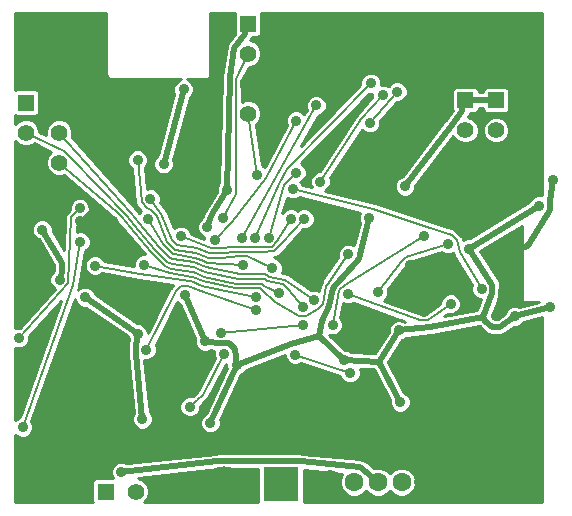
<source format=gbl>
G04 (created by PCBNEW (2013-07-07 BZR 4022)-stable) date 18/10/2014 20:02:36*
%MOIN*%
G04 Gerber Fmt 3.4, Leading zero omitted, Abs format*
%FSLAX34Y34*%
G01*
G70*
G90*
G04 APERTURE LIST*
%ADD10C,0.00590551*%
%ADD11R,0.1181X0.1181*%
%ADD12C,0.1181*%
%ADD13R,0.0551X0.0551*%
%ADD14C,0.0551*%
%ADD15R,0.055X0.055*%
%ADD16C,0.055*%
%ADD17R,0.0433071X0.0433071*%
%ADD18R,0.0314961X0.0314961*%
%ADD19C,0.2362*%
%ADD20C,0.0629921*%
%ADD21C,0.0787402*%
%ADD22C,0.0354331*%
%ADD23C,0.019685*%
%ADD24C,0.00787402*%
%ADD25C,0.01*%
G04 APERTURE END LIST*
G54D10*
G54D11*
X81496Y-55669D03*
G54D12*
X79606Y-55669D03*
G54D13*
X80393Y-40311D03*
G54D14*
X80393Y-41311D03*
X80393Y-42311D03*
X80393Y-43311D03*
G54D15*
X88661Y-42858D03*
G54D16*
X88661Y-43858D03*
X88661Y-44858D03*
G54D15*
X87637Y-42858D03*
G54D16*
X87637Y-43858D03*
X87637Y-44858D03*
G54D15*
X72992Y-42937D03*
G54D16*
X72992Y-43937D03*
X72992Y-44937D03*
G54D15*
X74094Y-42937D03*
G54D16*
X74094Y-43937D03*
X74094Y-44937D03*
G54D15*
X75641Y-55905D03*
G54D16*
X76641Y-55905D03*
G54D17*
X88936Y-47794D03*
X89369Y-47794D03*
X88936Y-48227D03*
X89369Y-48227D03*
G54D18*
X76456Y-53464D03*
X76141Y-53464D03*
X75826Y-53464D03*
X75511Y-53464D03*
X76456Y-53149D03*
X76141Y-53149D03*
X75826Y-53149D03*
X75511Y-53149D03*
G54D19*
X73779Y-41102D03*
X73779Y-55118D03*
X88267Y-41102D03*
X88267Y-55118D03*
G54D20*
X84724Y-55590D03*
X83937Y-55590D03*
X85511Y-55590D03*
G54D21*
X83110Y-55590D03*
X86338Y-55590D03*
G54D22*
X90459Y-49752D03*
X89295Y-50062D03*
X90095Y-46370D03*
X87742Y-47810D03*
X85425Y-50534D03*
X85469Y-52928D03*
X83605Y-51522D03*
X73529Y-47173D03*
X74109Y-48839D03*
X74959Y-49427D03*
X84435Y-46791D03*
X80016Y-51677D03*
X79689Y-45856D03*
X79038Y-47091D03*
X85625Y-45730D03*
X76870Y-53492D03*
X76711Y-50642D03*
X79137Y-53621D03*
X78283Y-49348D03*
X78957Y-50897D03*
X78248Y-42499D03*
X77575Y-44979D03*
X76170Y-55259D03*
X81830Y-46810D03*
X78155Y-47387D03*
X79497Y-50603D03*
X82236Y-50350D03*
X80670Y-49863D03*
X77003Y-51175D03*
X81884Y-45824D03*
X88184Y-49150D03*
X87144Y-49642D03*
X83735Y-49320D03*
X84727Y-49257D03*
X87058Y-47653D03*
X79603Y-51313D03*
X78451Y-53077D03*
X81420Y-49292D03*
X84484Y-42292D03*
X80639Y-47456D03*
X81998Y-45272D03*
X81076Y-47441D03*
X82806Y-45570D03*
X84877Y-42687D03*
X84462Y-43623D03*
X85367Y-42571D03*
X81996Y-43540D03*
X79277Y-47503D03*
X82668Y-43034D03*
X80206Y-47454D03*
X72881Y-53762D03*
X74803Y-47574D03*
X72755Y-50787D03*
X74803Y-46450D03*
X82218Y-49754D03*
X83208Y-50354D03*
X86247Y-47371D03*
X79561Y-46791D03*
X80692Y-45340D03*
X82594Y-49517D03*
X83796Y-51944D03*
X81967Y-51338D03*
X83736Y-47995D03*
X76924Y-48345D03*
X80671Y-49425D03*
X75295Y-48371D03*
X82263Y-46810D03*
X77139Y-46147D03*
X80233Y-48360D03*
X77046Y-46829D03*
X88658Y-50062D03*
X90551Y-45511D03*
X75253Y-51828D03*
X81289Y-53854D03*
X80684Y-52925D03*
X74425Y-45767D03*
X74803Y-46883D03*
X86844Y-44833D03*
X78252Y-44217D03*
X78706Y-43602D03*
X75900Y-46891D03*
X86253Y-49904D03*
X83486Y-54255D03*
X85001Y-54534D03*
X82063Y-52162D03*
X85787Y-48366D03*
X86502Y-52402D03*
X78582Y-52559D03*
X77972Y-51948D03*
X78087Y-50078D03*
X77464Y-54590D03*
X76715Y-54681D03*
X72840Y-47181D03*
X73832Y-48430D03*
X90000Y-45354D03*
X90000Y-44409D03*
X90000Y-43464D03*
X90000Y-42519D03*
X90000Y-41574D03*
X90000Y-40314D03*
X89291Y-42992D03*
X89291Y-43937D03*
X89291Y-44881D03*
X87962Y-45768D03*
X88267Y-46850D03*
X87401Y-46850D03*
X86692Y-42440D03*
X85826Y-43385D03*
X84960Y-41102D03*
X85748Y-40236D03*
X84015Y-40314D03*
X82519Y-40314D03*
X82047Y-41811D03*
X81732Y-42834D03*
X83622Y-43700D03*
X82913Y-44566D03*
X83937Y-44960D03*
X85039Y-44960D03*
X85984Y-44409D03*
X84094Y-45905D03*
X83385Y-47086D03*
X82677Y-47874D03*
X81732Y-48031D03*
X82598Y-48740D03*
X84094Y-50944D03*
X78740Y-51496D03*
X75748Y-51181D03*
X77952Y-55826D03*
X90000Y-50708D03*
X90000Y-51811D03*
X90000Y-52834D03*
X90000Y-53858D03*
X90000Y-54881D03*
X90000Y-56062D03*
X89133Y-53543D03*
X88661Y-51732D03*
X88346Y-52913D03*
X87480Y-52440D03*
X86692Y-54251D03*
X87480Y-53543D03*
X89133Y-52362D03*
X74803Y-50708D03*
X74645Y-50000D03*
X73543Y-50551D03*
X72755Y-49842D03*
X75275Y-47637D03*
X76220Y-47874D03*
X76614Y-49685D03*
X75590Y-44881D03*
X75039Y-43228D03*
X83464Y-52913D03*
X82519Y-52913D03*
X83721Y-42613D03*
X81201Y-48448D03*
X76708Y-44841D03*
G54D23*
X79957Y-51167D02*
X80016Y-51677D01*
X79749Y-50959D02*
X79957Y-51167D01*
X79350Y-50957D02*
X79749Y-50959D01*
X78957Y-50897D02*
X79350Y-50957D01*
X86461Y-50416D02*
X88216Y-50086D01*
X85425Y-50534D02*
X86461Y-50416D01*
X76649Y-51028D02*
X76711Y-50642D01*
X76649Y-51322D02*
X76649Y-51028D01*
X76870Y-53492D02*
X76649Y-51322D01*
X88538Y-49297D02*
X88216Y-50086D01*
X88538Y-49003D02*
X88538Y-49297D01*
X87742Y-47810D02*
X88538Y-49003D01*
X84763Y-51572D02*
X85469Y-52928D01*
X85425Y-50534D02*
X84763Y-51572D01*
X81821Y-50984D02*
X80016Y-51677D01*
X82757Y-50728D02*
X81821Y-50984D01*
X90095Y-46370D02*
X87742Y-47810D01*
X87814Y-42858D02*
X87637Y-42858D01*
X87912Y-42858D02*
X87814Y-42858D01*
X88386Y-42858D02*
X87912Y-42858D01*
X88484Y-42858D02*
X88386Y-42858D01*
X88661Y-42858D02*
X88484Y-42858D01*
X80016Y-51677D02*
X79137Y-53621D01*
X82853Y-50207D02*
X82757Y-50728D01*
X83103Y-49731D02*
X82853Y-50207D01*
X83106Y-49725D02*
X83103Y-49731D01*
X83223Y-49111D02*
X83106Y-49725D01*
X83225Y-49105D02*
X83223Y-49111D01*
X84091Y-48142D02*
X83225Y-49105D01*
X84435Y-46791D02*
X84091Y-48142D01*
X80295Y-40488D02*
X80393Y-40311D01*
X80295Y-40586D02*
X80295Y-40488D01*
X80295Y-40660D02*
X80295Y-40586D01*
X79940Y-41123D02*
X80295Y-40660D01*
X79783Y-42082D02*
X79940Y-41123D01*
X79689Y-45856D02*
X79783Y-42082D01*
X74186Y-48577D02*
X74109Y-48839D01*
X74186Y-48284D02*
X74186Y-48577D01*
X73529Y-47173D02*
X74186Y-48284D01*
X87185Y-43670D02*
X85625Y-45730D01*
X87540Y-43206D02*
X87185Y-43670D01*
X87540Y-43133D02*
X87540Y-43206D01*
X87540Y-43034D02*
X87540Y-43133D01*
X87637Y-42858D02*
X87540Y-43034D01*
X88805Y-50416D02*
X89295Y-50062D01*
X88511Y-50416D02*
X88805Y-50416D01*
X88303Y-50209D02*
X88511Y-50416D01*
X88216Y-50086D02*
X88303Y-50209D01*
X83605Y-51522D02*
X84763Y-51572D01*
X78283Y-49348D02*
X78957Y-50897D01*
X83605Y-51522D02*
X82757Y-50728D01*
X74959Y-49427D02*
X76711Y-50642D01*
X90459Y-49752D02*
X89295Y-50062D01*
X79206Y-46644D02*
X79038Y-47091D01*
X79689Y-45856D02*
X79206Y-46644D01*
X78248Y-42499D02*
X77575Y-44979D01*
X84140Y-55098D02*
X84724Y-55590D01*
X82160Y-54901D02*
X84140Y-55098D01*
X80979Y-54901D02*
X82160Y-54901D01*
X80832Y-54901D02*
X80979Y-54901D01*
X79346Y-54901D02*
X80832Y-54901D01*
X76170Y-55259D02*
X79346Y-54901D01*
G54D24*
X79154Y-47799D02*
X78155Y-47387D01*
X79399Y-47799D02*
X79154Y-47799D01*
X80004Y-47749D02*
X79399Y-47799D01*
X80461Y-47749D02*
X80004Y-47749D01*
X80516Y-47752D02*
X80461Y-47749D01*
X80761Y-47752D02*
X80516Y-47752D01*
X81199Y-47737D02*
X80761Y-47752D01*
X81372Y-47563D02*
X81199Y-47737D01*
X81830Y-46810D02*
X81372Y-47563D01*
X79497Y-50603D02*
X82236Y-50350D01*
X77988Y-49226D02*
X77003Y-51175D01*
X78160Y-49053D02*
X77988Y-49226D01*
X78405Y-49053D02*
X78160Y-49053D01*
X78808Y-49207D02*
X78405Y-49053D01*
X80670Y-49863D02*
X78808Y-49207D01*
X87447Y-47932D02*
X88184Y-49150D01*
X87353Y-47531D02*
X87447Y-47932D01*
X87180Y-47358D02*
X87353Y-47531D01*
X86369Y-47075D02*
X87180Y-47358D01*
X84558Y-46495D02*
X86369Y-47075D01*
X81884Y-45824D02*
X84558Y-46495D01*
X86130Y-50199D02*
X83735Y-49320D01*
X86375Y-50199D02*
X86130Y-50199D01*
X87144Y-49642D02*
X86375Y-50199D01*
X85665Y-48070D02*
X87058Y-47653D01*
X85492Y-48243D02*
X85665Y-48070D01*
X84727Y-49257D02*
X85492Y-48243D01*
X78705Y-52854D02*
X78451Y-53077D01*
X78878Y-52681D02*
X78705Y-52854D01*
X79603Y-51313D02*
X78878Y-52681D01*
X76023Y-46595D02*
X74094Y-44937D01*
X76196Y-46768D02*
X76023Y-46595D01*
X76453Y-47100D02*
X76196Y-46768D01*
X77160Y-47926D02*
X76453Y-47100D01*
X77616Y-48382D02*
X77160Y-47926D01*
X77832Y-48471D02*
X77616Y-48382D01*
X78542Y-48581D02*
X77832Y-48471D01*
X78642Y-48622D02*
X78542Y-48581D01*
X78650Y-48630D02*
X78642Y-48622D01*
X78923Y-48743D02*
X78650Y-48630D01*
X80004Y-48971D02*
X78923Y-48743D01*
X80859Y-48971D02*
X80004Y-48971D01*
X80931Y-49041D02*
X80859Y-48971D01*
X81420Y-49292D02*
X80931Y-49041D01*
X81430Y-45636D02*
X80639Y-47456D01*
X81702Y-45150D02*
X81430Y-45636D01*
X84484Y-42292D02*
X81702Y-45150D01*
X81588Y-45701D02*
X81076Y-47441D01*
X81998Y-45272D02*
X81588Y-45701D01*
X84166Y-43501D02*
X82806Y-45570D01*
X84877Y-42687D02*
X84166Y-43501D01*
X85172Y-42809D02*
X84462Y-43623D01*
X85367Y-42571D02*
X85172Y-42809D01*
X79856Y-46914D02*
X79277Y-47503D01*
X80987Y-45462D02*
X79856Y-46914D01*
X81996Y-43540D02*
X80987Y-45462D01*
X82668Y-43034D02*
X80206Y-47454D01*
X74562Y-49026D02*
X74803Y-47574D01*
X72881Y-53762D02*
X74562Y-49026D01*
X74507Y-46761D02*
X74803Y-46450D01*
X74404Y-48961D02*
X74507Y-46761D01*
X72755Y-50787D02*
X74404Y-48961D01*
X74257Y-44543D02*
X72992Y-43937D01*
X74487Y-44774D02*
X74257Y-44543D01*
X76354Y-46703D02*
X74487Y-44774D01*
X76593Y-47017D02*
X76354Y-46703D01*
X77294Y-47837D02*
X76593Y-47017D01*
X77705Y-48248D02*
X77294Y-47837D01*
X77864Y-48314D02*
X77705Y-48248D01*
X78574Y-48423D02*
X77864Y-48314D01*
X78731Y-48489D02*
X78574Y-48423D01*
X78739Y-48497D02*
X78731Y-48489D01*
X78954Y-48586D02*
X78739Y-48497D01*
X80045Y-48813D02*
X78954Y-48586D01*
X80900Y-48814D02*
X80045Y-48813D01*
X80942Y-48831D02*
X80900Y-48814D01*
X81013Y-48901D02*
X80942Y-48831D01*
X81542Y-48996D02*
X81013Y-48901D01*
X81715Y-49169D02*
X81542Y-48996D01*
X82218Y-49754D02*
X81715Y-49169D01*
X83613Y-49024D02*
X86247Y-47371D01*
X83440Y-49198D02*
X83613Y-49024D01*
X83208Y-50354D02*
X83440Y-49198D01*
X79999Y-42147D02*
X80393Y-41311D01*
X79984Y-45978D02*
X79999Y-42147D01*
X79561Y-46791D02*
X79984Y-45978D01*
X80692Y-45340D02*
X80393Y-43311D01*
X81608Y-48839D02*
X82594Y-49517D01*
X81079Y-48743D02*
X81608Y-48839D01*
X81031Y-48697D02*
X81079Y-48743D01*
X80931Y-48656D02*
X81031Y-48697D01*
X80110Y-48656D02*
X80931Y-48656D01*
X78986Y-48428D02*
X80110Y-48656D01*
X78828Y-48363D02*
X78986Y-48428D01*
X78820Y-48355D02*
X78828Y-48363D01*
X78605Y-48266D02*
X78820Y-48355D01*
X77895Y-48156D02*
X78605Y-48266D01*
X77795Y-48114D02*
X77895Y-48156D01*
X77428Y-47747D02*
X77795Y-48114D01*
X76751Y-46951D02*
X77428Y-47747D01*
X76494Y-46620D02*
X76751Y-46951D01*
X74094Y-43937D02*
X76494Y-46620D01*
X83796Y-51944D02*
X81967Y-51338D01*
X77801Y-48629D02*
X76924Y-48345D01*
X78511Y-48738D02*
X77801Y-48629D01*
X78553Y-48756D02*
X78511Y-48738D01*
X78561Y-48763D02*
X78553Y-48756D01*
X78892Y-48901D02*
X78561Y-48763D01*
X79973Y-49129D02*
X78892Y-48901D01*
X80794Y-49129D02*
X79973Y-49129D01*
X80841Y-49175D02*
X80794Y-49129D01*
X81297Y-49587D02*
X80841Y-49175D01*
X82095Y-50049D02*
X81297Y-49587D01*
X82340Y-50049D02*
X82095Y-50049D01*
X82716Y-49812D02*
X82340Y-50049D01*
X82889Y-49639D02*
X82716Y-49812D01*
X83006Y-49068D02*
X82889Y-49639D01*
X83042Y-48983D02*
X83006Y-49068D01*
X83736Y-47995D02*
X83042Y-48983D01*
X76802Y-48641D02*
X75295Y-48371D01*
X78470Y-48896D02*
X76802Y-48641D01*
X78478Y-48899D02*
X78470Y-48896D01*
X78854Y-49056D02*
X78478Y-48899D01*
X79942Y-49286D02*
X78854Y-49056D01*
X80671Y-49425D02*
X79942Y-49286D01*
X77499Y-46641D02*
X77139Y-46147D01*
X77859Y-47510D02*
X77499Y-46641D01*
X78032Y-47683D02*
X77859Y-47510D01*
X78692Y-47794D02*
X78032Y-47683D01*
X78705Y-47796D02*
X78692Y-47794D01*
X79082Y-47952D02*
X78705Y-47796D01*
X79089Y-47956D02*
X79082Y-47952D01*
X79464Y-47956D02*
X79089Y-47956D01*
X80045Y-47907D02*
X79464Y-47956D01*
X80420Y-47907D02*
X80045Y-47907D01*
X80451Y-47909D02*
X80420Y-47907D01*
X80827Y-47909D02*
X80451Y-47909D01*
X81264Y-47894D02*
X80827Y-47909D01*
X81530Y-47629D02*
X81264Y-47894D01*
X82263Y-46810D02*
X81530Y-47629D01*
X77561Y-47658D02*
X77046Y-46829D01*
X77884Y-47981D02*
X77561Y-47658D01*
X77926Y-47998D02*
X77884Y-47981D01*
X78636Y-48109D02*
X77926Y-47998D01*
X78910Y-48222D02*
X78636Y-48109D01*
X78917Y-48230D02*
X78910Y-48222D01*
X79017Y-48271D02*
X78917Y-48230D01*
X80233Y-48360D02*
X79017Y-48271D01*
G54D23*
X78740Y-51496D02*
X77972Y-51948D01*
X82047Y-42362D02*
X82047Y-41811D01*
X83721Y-42613D02*
X82047Y-42362D01*
X83622Y-43700D02*
X82913Y-44566D01*
X84094Y-45905D02*
X85039Y-44960D01*
X85039Y-44960D02*
X85984Y-44409D01*
X77464Y-54590D02*
X77972Y-51948D01*
X86844Y-44833D02*
X87637Y-44858D01*
X88897Y-48345D02*
X88936Y-48227D01*
X88897Y-48444D02*
X88897Y-48345D01*
X88897Y-48517D02*
X88897Y-48444D01*
X88814Y-49382D02*
X88897Y-48517D01*
X88658Y-50062D02*
X88814Y-49382D01*
X89487Y-47755D02*
X89369Y-47794D01*
X89586Y-47755D02*
X89487Y-47755D01*
X89659Y-47755D02*
X89586Y-47755D01*
X89763Y-47651D02*
X89659Y-47755D01*
X90449Y-46517D02*
X89763Y-47651D01*
X90449Y-46223D02*
X90449Y-46517D01*
X90551Y-45511D02*
X90449Y-46223D01*
X76456Y-53523D02*
X76456Y-53464D01*
X76456Y-53622D02*
X76456Y-53523D01*
X76456Y-53687D02*
X76456Y-53622D01*
X76715Y-54681D02*
X76456Y-53687D01*
X87637Y-44858D02*
X88661Y-44858D01*
X72840Y-47181D02*
X73832Y-48430D01*
X72992Y-44937D02*
X74425Y-45767D01*
X74950Y-46804D02*
X75175Y-46601D01*
X74803Y-46883D02*
X74950Y-46804D01*
X75442Y-52922D02*
X75511Y-53149D01*
X75511Y-52992D02*
X75442Y-52922D01*
X75511Y-52926D02*
X75511Y-52992D01*
X75253Y-51828D02*
X75511Y-52926D01*
X75157Y-46303D02*
X75175Y-46601D01*
X74950Y-46095D02*
X75157Y-46303D01*
X74425Y-45767D02*
X74950Y-46095D01*
X76715Y-54681D02*
X77464Y-54590D01*
X77972Y-51948D02*
X78087Y-50078D01*
X75900Y-46891D02*
X75175Y-46601D01*
X83486Y-54255D02*
X85001Y-54534D01*
X78582Y-52559D02*
X77972Y-51948D01*
X81289Y-53854D02*
X80684Y-52925D01*
X82063Y-52162D02*
X80684Y-52925D01*
X78252Y-44217D02*
X78706Y-43602D01*
X85787Y-48366D02*
X86253Y-49904D01*
G54D24*
X76844Y-46269D02*
X76708Y-44841D01*
X77017Y-46442D02*
X76844Y-46269D01*
X77169Y-46534D02*
X77017Y-46442D01*
X77342Y-46707D02*
X77169Y-46534D01*
X77701Y-47575D02*
X77342Y-46707D01*
X77967Y-47841D02*
X77701Y-47575D01*
X78667Y-47951D02*
X77967Y-47841D01*
X78999Y-48088D02*
X78667Y-47951D01*
X79006Y-48096D02*
X78999Y-48088D01*
X79048Y-48113D02*
X79006Y-48096D01*
X79505Y-48113D02*
X79048Y-48113D01*
X80110Y-48065D02*
X79505Y-48113D01*
X80355Y-48065D02*
X80110Y-48065D01*
X81201Y-48448D02*
X80355Y-48065D01*
G54D10*
G36*
X74152Y-49551D02*
X72778Y-53431D01*
X72685Y-53470D01*
X72638Y-53517D01*
X72638Y-51112D01*
X72686Y-51132D01*
X72824Y-51132D01*
X72951Y-51080D01*
X73048Y-50983D01*
X73101Y-50856D01*
X73101Y-50719D01*
X73100Y-50716D01*
X74152Y-49551D01*
X74152Y-49551D01*
G37*
G54D25*
X74152Y-49551D02*
X72778Y-53431D01*
X72685Y-53470D01*
X72638Y-53517D01*
X72638Y-51112D01*
X72686Y-51132D01*
X72824Y-51132D01*
X72951Y-51080D01*
X73048Y-50983D01*
X73101Y-50856D01*
X73101Y-50719D01*
X73100Y-50716D01*
X74152Y-49551D01*
G54D10*
G36*
X77902Y-49019D02*
X77841Y-49079D01*
X77824Y-49105D01*
X77802Y-49133D01*
X77056Y-50609D01*
X77056Y-50573D01*
X77004Y-50446D01*
X76907Y-50349D01*
X76780Y-50297D01*
X76683Y-50296D01*
X75295Y-49335D01*
X75252Y-49232D01*
X75155Y-49135D01*
X75028Y-49082D01*
X74891Y-49082D01*
X74764Y-49134D01*
X74726Y-49171D01*
X74753Y-49097D01*
X74767Y-49060D01*
X74962Y-47882D01*
X74998Y-47867D01*
X75095Y-47770D01*
X75148Y-47643D01*
X75148Y-47506D01*
X75096Y-47379D01*
X74999Y-47282D01*
X74872Y-47229D01*
X74734Y-47229D01*
X74693Y-47246D01*
X74712Y-46847D01*
X74761Y-46795D01*
X74871Y-46795D01*
X74998Y-46743D01*
X75095Y-46646D01*
X75148Y-46519D01*
X75148Y-46382D01*
X75096Y-46255D01*
X74998Y-46157D01*
X74872Y-46105D01*
X74734Y-46105D01*
X74607Y-46157D01*
X74510Y-46254D01*
X74457Y-46381D01*
X74457Y-46512D01*
X74357Y-46618D01*
X74334Y-46654D01*
X74320Y-46672D01*
X74319Y-46678D01*
X74313Y-46686D01*
X74306Y-46730D01*
X74301Y-46751D01*
X74300Y-46764D01*
X74300Y-46766D01*
X74300Y-46767D01*
X74248Y-47865D01*
X73874Y-47233D01*
X73874Y-47105D01*
X73822Y-46978D01*
X73725Y-46881D01*
X73598Y-46828D01*
X73461Y-46828D01*
X73334Y-46880D01*
X73237Y-46977D01*
X73184Y-47104D01*
X73184Y-47242D01*
X73236Y-47369D01*
X73333Y-47466D01*
X73412Y-47498D01*
X73920Y-48358D01*
X73920Y-48538D01*
X73918Y-48544D01*
X73913Y-48546D01*
X73816Y-48643D01*
X73764Y-48770D01*
X73763Y-48907D01*
X73816Y-49034D01*
X73913Y-49131D01*
X73956Y-49149D01*
X72788Y-50442D01*
X72687Y-50442D01*
X72638Y-50462D01*
X72638Y-44210D01*
X72740Y-44312D01*
X72903Y-44380D01*
X73079Y-44380D01*
X73242Y-44312D01*
X73260Y-44295D01*
X73834Y-44570D01*
X73719Y-44685D01*
X73651Y-44848D01*
X73651Y-45024D01*
X73718Y-45187D01*
X73843Y-45312D01*
X74005Y-45380D01*
X74182Y-45380D01*
X74256Y-45349D01*
X75885Y-46751D01*
X76040Y-46906D01*
X76289Y-47227D01*
X76293Y-47230D01*
X76295Y-47235D01*
X76951Y-48000D01*
X76856Y-48000D01*
X76729Y-48052D01*
X76632Y-48149D01*
X76579Y-48276D01*
X76579Y-48389D01*
X75604Y-48216D01*
X75588Y-48176D01*
X75491Y-48079D01*
X75364Y-48026D01*
X75227Y-48026D01*
X75100Y-48079D01*
X75003Y-48176D01*
X74950Y-48302D01*
X74950Y-48440D01*
X75002Y-48567D01*
X75099Y-48664D01*
X75226Y-48717D01*
X75364Y-48717D01*
X75490Y-48664D01*
X75531Y-48624D01*
X76765Y-48844D01*
X76766Y-48844D01*
X76770Y-48846D01*
X77902Y-49019D01*
X77902Y-49019D01*
G37*
G54D25*
X77902Y-49019D02*
X77841Y-49079D01*
X77824Y-49105D01*
X77802Y-49133D01*
X77056Y-50609D01*
X77056Y-50573D01*
X77004Y-50446D01*
X76907Y-50349D01*
X76780Y-50297D01*
X76683Y-50296D01*
X75295Y-49335D01*
X75252Y-49232D01*
X75155Y-49135D01*
X75028Y-49082D01*
X74891Y-49082D01*
X74764Y-49134D01*
X74726Y-49171D01*
X74753Y-49097D01*
X74767Y-49060D01*
X74962Y-47882D01*
X74998Y-47867D01*
X75095Y-47770D01*
X75148Y-47643D01*
X75148Y-47506D01*
X75096Y-47379D01*
X74999Y-47282D01*
X74872Y-47229D01*
X74734Y-47229D01*
X74693Y-47246D01*
X74712Y-46847D01*
X74761Y-46795D01*
X74871Y-46795D01*
X74998Y-46743D01*
X75095Y-46646D01*
X75148Y-46519D01*
X75148Y-46382D01*
X75096Y-46255D01*
X74998Y-46157D01*
X74872Y-46105D01*
X74734Y-46105D01*
X74607Y-46157D01*
X74510Y-46254D01*
X74457Y-46381D01*
X74457Y-46512D01*
X74357Y-46618D01*
X74334Y-46654D01*
X74320Y-46672D01*
X74319Y-46678D01*
X74313Y-46686D01*
X74306Y-46730D01*
X74301Y-46751D01*
X74300Y-46764D01*
X74300Y-46766D01*
X74300Y-46767D01*
X74248Y-47865D01*
X73874Y-47233D01*
X73874Y-47105D01*
X73822Y-46978D01*
X73725Y-46881D01*
X73598Y-46828D01*
X73461Y-46828D01*
X73334Y-46880D01*
X73237Y-46977D01*
X73184Y-47104D01*
X73184Y-47242D01*
X73236Y-47369D01*
X73333Y-47466D01*
X73412Y-47498D01*
X73920Y-48358D01*
X73920Y-48538D01*
X73918Y-48544D01*
X73913Y-48546D01*
X73816Y-48643D01*
X73764Y-48770D01*
X73763Y-48907D01*
X73816Y-49034D01*
X73913Y-49131D01*
X73956Y-49149D01*
X72788Y-50442D01*
X72687Y-50442D01*
X72638Y-50462D01*
X72638Y-44210D01*
X72740Y-44312D01*
X72903Y-44380D01*
X73079Y-44380D01*
X73242Y-44312D01*
X73260Y-44295D01*
X73834Y-44570D01*
X73719Y-44685D01*
X73651Y-44848D01*
X73651Y-45024D01*
X73718Y-45187D01*
X73843Y-45312D01*
X74005Y-45380D01*
X74182Y-45380D01*
X74256Y-45349D01*
X75885Y-46751D01*
X76040Y-46906D01*
X76289Y-47227D01*
X76293Y-47230D01*
X76295Y-47235D01*
X76951Y-48000D01*
X76856Y-48000D01*
X76729Y-48052D01*
X76632Y-48149D01*
X76579Y-48276D01*
X76579Y-48389D01*
X75604Y-48216D01*
X75588Y-48176D01*
X75491Y-48079D01*
X75364Y-48026D01*
X75227Y-48026D01*
X75100Y-48079D01*
X75003Y-48176D01*
X74950Y-48302D01*
X74950Y-48440D01*
X75002Y-48567D01*
X75099Y-48664D01*
X75226Y-48717D01*
X75364Y-48717D01*
X75490Y-48664D01*
X75531Y-48624D01*
X76765Y-48844D01*
X76766Y-48844D01*
X76770Y-48846D01*
X77902Y-49019D01*
G54D10*
G36*
X79966Y-39961D02*
X79950Y-40001D01*
X79950Y-40068D01*
X79950Y-40619D01*
X79964Y-40654D01*
X79729Y-40961D01*
X79724Y-40971D01*
X79713Y-40982D01*
X79698Y-41024D01*
X79683Y-41054D01*
X79682Y-41066D01*
X79677Y-41080D01*
X79520Y-42039D01*
X79520Y-42050D01*
X79514Y-42076D01*
X79427Y-45628D01*
X79396Y-45660D01*
X79343Y-45787D01*
X79343Y-45909D01*
X78979Y-46506D01*
X78971Y-46528D01*
X78957Y-46551D01*
X78867Y-46788D01*
X78843Y-46799D01*
X78746Y-46896D01*
X78693Y-47022D01*
X78693Y-47160D01*
X78745Y-47287D01*
X78842Y-47384D01*
X78936Y-47423D01*
X78931Y-47434D01*
X78931Y-47483D01*
X78493Y-47303D01*
X78447Y-47192D01*
X78350Y-47095D01*
X78224Y-47042D01*
X78086Y-47042D01*
X77959Y-47095D01*
X77926Y-47128D01*
X77691Y-46562D01*
X77676Y-46539D01*
X77667Y-46520D01*
X77471Y-46249D01*
X77485Y-46216D01*
X77485Y-46078D01*
X77432Y-45951D01*
X77335Y-45854D01*
X77208Y-45801D01*
X77071Y-45801D01*
X77010Y-45826D01*
X76941Y-45097D01*
X77001Y-45037D01*
X77054Y-44910D01*
X77054Y-44773D01*
X77001Y-44646D01*
X76904Y-44549D01*
X76777Y-44496D01*
X76640Y-44496D01*
X76513Y-44548D01*
X76416Y-44645D01*
X76363Y-44772D01*
X76363Y-44909D01*
X76415Y-45036D01*
X76512Y-45134D01*
X76528Y-45140D01*
X76637Y-46289D01*
X76648Y-46325D01*
X76652Y-46348D01*
X76657Y-46355D01*
X76660Y-46366D01*
X76683Y-46395D01*
X76697Y-46416D01*
X76834Y-46553D01*
X76761Y-46626D01*
X76658Y-46493D01*
X76652Y-46488D01*
X76648Y-46482D01*
X74510Y-44090D01*
X74537Y-44025D01*
X74537Y-43849D01*
X74470Y-43686D01*
X74345Y-43561D01*
X74183Y-43493D01*
X74006Y-43493D01*
X73843Y-43561D01*
X73719Y-43685D01*
X73651Y-43848D01*
X73651Y-44022D01*
X73435Y-43919D01*
X73435Y-43849D01*
X73367Y-43686D01*
X73243Y-43561D01*
X73080Y-43493D01*
X72904Y-43493D01*
X72741Y-43561D01*
X72638Y-43663D01*
X72638Y-43361D01*
X72683Y-43380D01*
X72750Y-43380D01*
X73300Y-43380D01*
X73362Y-43354D01*
X73409Y-43307D01*
X73435Y-43245D01*
X73435Y-43178D01*
X73435Y-42628D01*
X73409Y-42566D01*
X73362Y-42519D01*
X73300Y-42493D01*
X73233Y-42493D01*
X72683Y-42493D01*
X72638Y-42512D01*
X72638Y-39961D01*
X75668Y-39961D01*
X75668Y-41968D01*
X75683Y-42044D01*
X75726Y-42108D01*
X75790Y-42151D01*
X75866Y-42166D01*
X78151Y-42166D01*
X78052Y-42206D01*
X77955Y-42303D01*
X77902Y-42430D01*
X77902Y-42568D01*
X77933Y-42643D01*
X77378Y-44688D01*
X77282Y-44783D01*
X77230Y-44910D01*
X77230Y-45047D01*
X77282Y-45174D01*
X77379Y-45272D01*
X77506Y-45324D01*
X77643Y-45324D01*
X77770Y-45272D01*
X77867Y-45175D01*
X77920Y-45048D01*
X77920Y-44911D01*
X77890Y-44837D01*
X78446Y-42789D01*
X78540Y-42695D01*
X78593Y-42568D01*
X78593Y-42431D01*
X78540Y-42304D01*
X78443Y-42207D01*
X78344Y-42166D01*
X78937Y-42166D01*
X79012Y-42151D01*
X79076Y-42108D01*
X79119Y-42044D01*
X79134Y-41968D01*
X79134Y-39961D01*
X79966Y-39961D01*
X79966Y-39961D01*
G37*
G54D25*
X79966Y-39961D02*
X79950Y-40001D01*
X79950Y-40068D01*
X79950Y-40619D01*
X79964Y-40654D01*
X79729Y-40961D01*
X79724Y-40971D01*
X79713Y-40982D01*
X79698Y-41024D01*
X79683Y-41054D01*
X79682Y-41066D01*
X79677Y-41080D01*
X79520Y-42039D01*
X79520Y-42050D01*
X79514Y-42076D01*
X79427Y-45628D01*
X79396Y-45660D01*
X79343Y-45787D01*
X79343Y-45909D01*
X78979Y-46506D01*
X78971Y-46528D01*
X78957Y-46551D01*
X78867Y-46788D01*
X78843Y-46799D01*
X78746Y-46896D01*
X78693Y-47022D01*
X78693Y-47160D01*
X78745Y-47287D01*
X78842Y-47384D01*
X78936Y-47423D01*
X78931Y-47434D01*
X78931Y-47483D01*
X78493Y-47303D01*
X78447Y-47192D01*
X78350Y-47095D01*
X78224Y-47042D01*
X78086Y-47042D01*
X77959Y-47095D01*
X77926Y-47128D01*
X77691Y-46562D01*
X77676Y-46539D01*
X77667Y-46520D01*
X77471Y-46249D01*
X77485Y-46216D01*
X77485Y-46078D01*
X77432Y-45951D01*
X77335Y-45854D01*
X77208Y-45801D01*
X77071Y-45801D01*
X77010Y-45826D01*
X76941Y-45097D01*
X77001Y-45037D01*
X77054Y-44910D01*
X77054Y-44773D01*
X77001Y-44646D01*
X76904Y-44549D01*
X76777Y-44496D01*
X76640Y-44496D01*
X76513Y-44548D01*
X76416Y-44645D01*
X76363Y-44772D01*
X76363Y-44909D01*
X76415Y-45036D01*
X76512Y-45134D01*
X76528Y-45140D01*
X76637Y-46289D01*
X76648Y-46325D01*
X76652Y-46348D01*
X76657Y-46355D01*
X76660Y-46366D01*
X76683Y-46395D01*
X76697Y-46416D01*
X76834Y-46553D01*
X76761Y-46626D01*
X76658Y-46493D01*
X76652Y-46488D01*
X76648Y-46482D01*
X74510Y-44090D01*
X74537Y-44025D01*
X74537Y-43849D01*
X74470Y-43686D01*
X74345Y-43561D01*
X74183Y-43493D01*
X74006Y-43493D01*
X73843Y-43561D01*
X73719Y-43685D01*
X73651Y-43848D01*
X73651Y-44022D01*
X73435Y-43919D01*
X73435Y-43849D01*
X73367Y-43686D01*
X73243Y-43561D01*
X73080Y-43493D01*
X72904Y-43493D01*
X72741Y-43561D01*
X72638Y-43663D01*
X72638Y-43361D01*
X72683Y-43380D01*
X72750Y-43380D01*
X73300Y-43380D01*
X73362Y-43354D01*
X73409Y-43307D01*
X73435Y-43245D01*
X73435Y-43178D01*
X73435Y-42628D01*
X73409Y-42566D01*
X73362Y-42519D01*
X73300Y-42493D01*
X73233Y-42493D01*
X72683Y-42493D01*
X72638Y-42512D01*
X72638Y-39961D01*
X75668Y-39961D01*
X75668Y-41968D01*
X75683Y-42044D01*
X75726Y-42108D01*
X75790Y-42151D01*
X75866Y-42166D01*
X78151Y-42166D01*
X78052Y-42206D01*
X77955Y-42303D01*
X77902Y-42430D01*
X77902Y-42568D01*
X77933Y-42643D01*
X77378Y-44688D01*
X77282Y-44783D01*
X77230Y-44910D01*
X77230Y-45047D01*
X77282Y-45174D01*
X77379Y-45272D01*
X77506Y-45324D01*
X77643Y-45324D01*
X77770Y-45272D01*
X77867Y-45175D01*
X77920Y-45048D01*
X77920Y-44911D01*
X77890Y-44837D01*
X78446Y-42789D01*
X78540Y-42695D01*
X78593Y-42568D01*
X78593Y-42431D01*
X78540Y-42304D01*
X78443Y-42207D01*
X78344Y-42166D01*
X78937Y-42166D01*
X79012Y-42151D01*
X79076Y-42108D01*
X79119Y-42044D01*
X79134Y-41968D01*
X79134Y-39961D01*
X79966Y-39961D01*
G54D10*
G36*
X80737Y-56259D02*
X76914Y-56259D01*
X77017Y-56156D01*
X77084Y-55994D01*
X77084Y-55817D01*
X77017Y-55654D01*
X76893Y-55530D01*
X76734Y-55464D01*
X79376Y-55168D01*
X79376Y-55167D01*
X80737Y-55167D01*
X80737Y-56259D01*
X80737Y-56259D01*
G37*
G54D25*
X80737Y-56259D02*
X76914Y-56259D01*
X77017Y-56156D01*
X77084Y-55994D01*
X77084Y-55817D01*
X77017Y-55654D01*
X76893Y-55530D01*
X76734Y-55464D01*
X79376Y-55168D01*
X79376Y-55167D01*
X80737Y-55167D01*
X80737Y-56259D01*
G54D10*
G36*
X84139Y-46604D02*
X84090Y-46722D01*
X84090Y-46859D01*
X84122Y-46938D01*
X83928Y-47701D01*
X83805Y-47650D01*
X83668Y-47650D01*
X83541Y-47702D01*
X83443Y-47799D01*
X83391Y-47926D01*
X83391Y-48064D01*
X83407Y-48102D01*
X82872Y-48863D01*
X82863Y-48884D01*
X82850Y-48903D01*
X82814Y-48989D01*
X82810Y-49010D01*
X82803Y-49026D01*
X82765Y-49214D01*
X82663Y-49172D01*
X82525Y-49171D01*
X82483Y-49189D01*
X81725Y-48668D01*
X81723Y-48667D01*
X81720Y-48664D01*
X81677Y-48647D01*
X81651Y-48636D01*
X81648Y-48636D01*
X81644Y-48634D01*
X81508Y-48610D01*
X81546Y-48517D01*
X81546Y-48379D01*
X81494Y-48252D01*
X81397Y-48155D01*
X81270Y-48102D01*
X81245Y-48102D01*
X81271Y-48101D01*
X81306Y-48093D01*
X81343Y-48086D01*
X81347Y-48084D01*
X81350Y-48083D01*
X81379Y-48062D01*
X81411Y-48041D01*
X81676Y-47775D01*
X81679Y-47771D01*
X81684Y-47767D01*
X82233Y-47155D01*
X82331Y-47156D01*
X82458Y-47103D01*
X82556Y-47006D01*
X82608Y-46879D01*
X82608Y-46742D01*
X82556Y-46615D01*
X82459Y-46518D01*
X82332Y-46465D01*
X82195Y-46465D01*
X82068Y-46517D01*
X82047Y-46538D01*
X82026Y-46518D01*
X81899Y-46465D01*
X81761Y-46465D01*
X81634Y-46517D01*
X81537Y-46614D01*
X81533Y-46624D01*
X81684Y-46112D01*
X81688Y-46116D01*
X81815Y-46169D01*
X81952Y-46169D01*
X82079Y-46117D01*
X82103Y-46093D01*
X84139Y-46604D01*
X84139Y-46604D01*
G37*
G54D25*
X84139Y-46604D02*
X84090Y-46722D01*
X84090Y-46859D01*
X84122Y-46938D01*
X83928Y-47701D01*
X83805Y-47650D01*
X83668Y-47650D01*
X83541Y-47702D01*
X83443Y-47799D01*
X83391Y-47926D01*
X83391Y-48064D01*
X83407Y-48102D01*
X82872Y-48863D01*
X82863Y-48884D01*
X82850Y-48903D01*
X82814Y-48989D01*
X82810Y-49010D01*
X82803Y-49026D01*
X82765Y-49214D01*
X82663Y-49172D01*
X82525Y-49171D01*
X82483Y-49189D01*
X81725Y-48668D01*
X81723Y-48667D01*
X81720Y-48664D01*
X81677Y-48647D01*
X81651Y-48636D01*
X81648Y-48636D01*
X81644Y-48634D01*
X81508Y-48610D01*
X81546Y-48517D01*
X81546Y-48379D01*
X81494Y-48252D01*
X81397Y-48155D01*
X81270Y-48102D01*
X81245Y-48102D01*
X81271Y-48101D01*
X81306Y-48093D01*
X81343Y-48086D01*
X81347Y-48084D01*
X81350Y-48083D01*
X81379Y-48062D01*
X81411Y-48041D01*
X81676Y-47775D01*
X81679Y-47771D01*
X81684Y-47767D01*
X82233Y-47155D01*
X82331Y-47156D01*
X82458Y-47103D01*
X82556Y-47006D01*
X82608Y-46879D01*
X82608Y-46742D01*
X82556Y-46615D01*
X82459Y-46518D01*
X82332Y-46465D01*
X82195Y-46465D01*
X82068Y-46517D01*
X82047Y-46538D01*
X82026Y-46518D01*
X81899Y-46465D01*
X81761Y-46465D01*
X81634Y-46517D01*
X81537Y-46614D01*
X81533Y-46624D01*
X81684Y-46112D01*
X81688Y-46116D01*
X81815Y-46169D01*
X81952Y-46169D01*
X82079Y-46117D01*
X82103Y-46093D01*
X84139Y-46604D01*
G54D10*
G36*
X84535Y-42763D02*
X84010Y-43365D01*
X84005Y-43373D01*
X83992Y-43386D01*
X82784Y-45224D01*
X82737Y-45224D01*
X82610Y-45277D01*
X82513Y-45374D01*
X82460Y-45501D01*
X82460Y-45638D01*
X82513Y-45765D01*
X82516Y-45769D01*
X82202Y-45690D01*
X82177Y-45628D01*
X82137Y-45588D01*
X82193Y-45565D01*
X82290Y-45468D01*
X82343Y-45341D01*
X82343Y-45204D01*
X82290Y-45077D01*
X82193Y-44980D01*
X82167Y-44969D01*
X84435Y-42637D01*
X84532Y-42637D01*
X84532Y-42755D01*
X84535Y-42763D01*
X84535Y-42763D01*
G37*
G54D25*
X84535Y-42763D02*
X84010Y-43365D01*
X84005Y-43373D01*
X83992Y-43386D01*
X82784Y-45224D01*
X82737Y-45224D01*
X82610Y-45277D01*
X82513Y-45374D01*
X82460Y-45501D01*
X82460Y-45638D01*
X82513Y-45765D01*
X82516Y-45769D01*
X82202Y-45690D01*
X82177Y-45628D01*
X82137Y-45588D01*
X82193Y-45565D01*
X82290Y-45468D01*
X82343Y-45341D01*
X82343Y-45204D01*
X82290Y-45077D01*
X82193Y-44980D01*
X82167Y-44969D01*
X84435Y-42637D01*
X84532Y-42637D01*
X84532Y-42755D01*
X84535Y-42763D01*
G54D10*
G36*
X85639Y-50242D02*
X85623Y-50243D01*
X85621Y-50242D01*
X85494Y-50189D01*
X85357Y-50189D01*
X85230Y-50241D01*
X85132Y-50338D01*
X85080Y-50465D01*
X85080Y-50580D01*
X84621Y-51299D01*
X83837Y-51265D01*
X83801Y-51229D01*
X83674Y-51177D01*
X83626Y-51177D01*
X83099Y-50683D01*
X83139Y-50700D01*
X83276Y-50700D01*
X83403Y-50647D01*
X83500Y-50550D01*
X83553Y-50423D01*
X83553Y-50286D01*
X83501Y-50159D01*
X83465Y-50124D01*
X83565Y-49623D01*
X83666Y-49665D01*
X83803Y-49665D01*
X83930Y-49613D01*
X85639Y-50242D01*
X85639Y-50242D01*
G37*
G54D25*
X85639Y-50242D02*
X85623Y-50243D01*
X85621Y-50242D01*
X85494Y-50189D01*
X85357Y-50189D01*
X85230Y-50241D01*
X85132Y-50338D01*
X85080Y-50465D01*
X85080Y-50580D01*
X84621Y-51299D01*
X83837Y-51265D01*
X83801Y-51229D01*
X83674Y-51177D01*
X83626Y-51177D01*
X83099Y-50683D01*
X83139Y-50700D01*
X83276Y-50700D01*
X83403Y-50647D01*
X83500Y-50550D01*
X83553Y-50423D01*
X83553Y-50286D01*
X83501Y-50159D01*
X83465Y-50124D01*
X83565Y-49623D01*
X83666Y-49665D01*
X83803Y-49665D01*
X83930Y-49613D01*
X85639Y-50242D01*
G54D10*
G36*
X88169Y-49495D02*
X88025Y-49849D01*
X86925Y-50057D01*
X87041Y-49973D01*
X87075Y-49987D01*
X87212Y-49987D01*
X87339Y-49935D01*
X87437Y-49838D01*
X87489Y-49711D01*
X87489Y-49574D01*
X87437Y-49447D01*
X87340Y-49349D01*
X87213Y-49297D01*
X87076Y-49297D01*
X86949Y-49349D01*
X86851Y-49446D01*
X86799Y-49573D01*
X86799Y-49636D01*
X86308Y-49992D01*
X86162Y-49992D01*
X84933Y-49540D01*
X85019Y-49453D01*
X85072Y-49326D01*
X85072Y-49189D01*
X85060Y-49160D01*
X85645Y-48383D01*
X85774Y-48254D01*
X86848Y-47932D01*
X86862Y-47946D01*
X86989Y-47999D01*
X87126Y-47999D01*
X87238Y-47952D01*
X87245Y-47980D01*
X87260Y-48014D01*
X87270Y-48040D01*
X87863Y-49021D01*
X87838Y-49081D01*
X87838Y-49218D01*
X87891Y-49345D01*
X87988Y-49442D01*
X88115Y-49495D01*
X88169Y-49495D01*
X88169Y-49495D01*
G37*
G54D25*
X88169Y-49495D02*
X88025Y-49849D01*
X86925Y-50057D01*
X87041Y-49973D01*
X87075Y-49987D01*
X87212Y-49987D01*
X87339Y-49935D01*
X87437Y-49838D01*
X87489Y-49711D01*
X87489Y-49574D01*
X87437Y-49447D01*
X87340Y-49349D01*
X87213Y-49297D01*
X87076Y-49297D01*
X86949Y-49349D01*
X86851Y-49446D01*
X86799Y-49573D01*
X86799Y-49636D01*
X86308Y-49992D01*
X86162Y-49992D01*
X84933Y-49540D01*
X85019Y-49453D01*
X85072Y-49326D01*
X85072Y-49189D01*
X85060Y-49160D01*
X85645Y-48383D01*
X85774Y-48254D01*
X86848Y-47932D01*
X86862Y-47946D01*
X86989Y-47999D01*
X87126Y-47999D01*
X87238Y-47952D01*
X87245Y-47980D01*
X87260Y-48014D01*
X87270Y-48040D01*
X87863Y-49021D01*
X87838Y-49081D01*
X87838Y-49218D01*
X87891Y-49345D01*
X87988Y-49442D01*
X88115Y-49495D01*
X88169Y-49495D01*
G54D10*
G36*
X90080Y-49577D02*
X89439Y-49748D01*
X89364Y-49716D01*
X89227Y-49716D01*
X89100Y-49769D01*
X89002Y-49866D01*
X88956Y-49978D01*
X88718Y-50150D01*
X88621Y-50150D01*
X88520Y-50048D01*
X88785Y-49397D01*
X88796Y-49343D01*
X88805Y-49297D01*
X88805Y-49295D01*
X88805Y-49295D01*
X88805Y-49295D01*
X88805Y-49003D01*
X88800Y-48977D01*
X88800Y-48951D01*
X88790Y-48928D01*
X88784Y-48901D01*
X88770Y-48879D01*
X88760Y-48855D01*
X88118Y-47893D01*
X89516Y-47036D01*
X89516Y-49577D01*
X90080Y-49577D01*
X90080Y-49577D01*
G37*
G54D25*
X90080Y-49577D02*
X89439Y-49748D01*
X89364Y-49716D01*
X89227Y-49716D01*
X89100Y-49769D01*
X89002Y-49866D01*
X88956Y-49978D01*
X88718Y-50150D01*
X88621Y-50150D01*
X88520Y-50048D01*
X88785Y-49397D01*
X88796Y-49343D01*
X88805Y-49297D01*
X88805Y-49295D01*
X88805Y-49295D01*
X88805Y-49295D01*
X88805Y-49003D01*
X88800Y-48977D01*
X88800Y-48951D01*
X88790Y-48928D01*
X88784Y-48901D01*
X88770Y-48879D01*
X88760Y-48855D01*
X88118Y-47893D01*
X89516Y-47036D01*
X89516Y-49577D01*
X90080Y-49577D01*
G54D10*
G36*
X90186Y-46034D02*
X90164Y-46025D01*
X90026Y-46025D01*
X89899Y-46077D01*
X89802Y-46174D01*
X89768Y-46256D01*
X89104Y-46663D01*
X89104Y-43770D01*
X89104Y-43770D01*
X89104Y-43099D01*
X89104Y-42549D01*
X89079Y-42488D01*
X89031Y-42440D01*
X88970Y-42415D01*
X88903Y-42415D01*
X88353Y-42415D01*
X88291Y-42440D01*
X88243Y-42487D01*
X88218Y-42549D01*
X88218Y-42591D01*
X88080Y-42591D01*
X88080Y-42549D01*
X88055Y-42488D01*
X88008Y-42440D01*
X87946Y-42415D01*
X87879Y-42415D01*
X87329Y-42415D01*
X87267Y-42440D01*
X87220Y-42487D01*
X87194Y-42549D01*
X87194Y-42616D01*
X87194Y-43166D01*
X87208Y-43201D01*
X86977Y-43504D01*
X86971Y-43509D01*
X85550Y-45388D01*
X85430Y-45438D01*
X85333Y-45535D01*
X85280Y-45661D01*
X85280Y-45799D01*
X85332Y-45926D01*
X85429Y-46023D01*
X85556Y-46076D01*
X85694Y-46076D01*
X85820Y-46023D01*
X85918Y-45926D01*
X85970Y-45799D01*
X85970Y-45716D01*
X87235Y-44044D01*
X87261Y-44108D01*
X87386Y-44233D01*
X87549Y-44301D01*
X87725Y-44301D01*
X87888Y-44234D01*
X88013Y-44109D01*
X88080Y-43946D01*
X88080Y-43770D01*
X88013Y-43607D01*
X87889Y-43482D01*
X87726Y-43415D01*
X87716Y-43415D01*
X87751Y-43368D01*
X87767Y-43336D01*
X87786Y-43308D01*
X87787Y-43301D01*
X87946Y-43301D01*
X88007Y-43275D01*
X88055Y-43228D01*
X88080Y-43166D01*
X88080Y-43124D01*
X88218Y-43124D01*
X88218Y-43166D01*
X88243Y-43228D01*
X88291Y-43275D01*
X88352Y-43301D01*
X88419Y-43301D01*
X88969Y-43301D01*
X89031Y-43275D01*
X89078Y-43228D01*
X89104Y-43166D01*
X89104Y-43099D01*
X89104Y-43770D01*
X89037Y-43607D01*
X88912Y-43482D01*
X88749Y-43415D01*
X88573Y-43415D01*
X88410Y-43482D01*
X88285Y-43606D01*
X88218Y-43769D01*
X88218Y-43946D01*
X88285Y-44108D01*
X88410Y-44233D01*
X88572Y-44301D01*
X88749Y-44301D01*
X88912Y-44234D01*
X89036Y-44109D01*
X89104Y-43946D01*
X89104Y-43770D01*
X89104Y-46663D01*
X87796Y-47465D01*
X87674Y-47465D01*
X87562Y-47511D01*
X87555Y-47484D01*
X87548Y-47468D01*
X87545Y-47452D01*
X87532Y-47432D01*
X87522Y-47410D01*
X87509Y-47399D01*
X87500Y-47384D01*
X87327Y-47211D01*
X87322Y-47208D01*
X87318Y-47203D01*
X87288Y-47185D01*
X87260Y-47166D01*
X87254Y-47165D01*
X87248Y-47162D01*
X86437Y-46880D01*
X86429Y-46878D01*
X84621Y-46298D01*
X84614Y-46297D01*
X84608Y-46294D01*
X82959Y-45880D01*
X83001Y-45863D01*
X83098Y-45766D01*
X83151Y-45639D01*
X83151Y-45501D01*
X83131Y-45453D01*
X84190Y-43840D01*
X84266Y-43916D01*
X84393Y-43969D01*
X84530Y-43969D01*
X84657Y-43916D01*
X84754Y-43819D01*
X84807Y-43692D01*
X84807Y-43555D01*
X84804Y-43547D01*
X85328Y-42945D01*
X85330Y-42943D01*
X85333Y-42940D01*
X85352Y-42917D01*
X85435Y-42917D01*
X85562Y-42864D01*
X85659Y-42767D01*
X85712Y-42640D01*
X85712Y-42503D01*
X85660Y-42376D01*
X85563Y-42279D01*
X85436Y-42226D01*
X85298Y-42226D01*
X85171Y-42279D01*
X85074Y-42376D01*
X85067Y-42392D01*
X84946Y-42341D01*
X84829Y-42341D01*
X84829Y-42223D01*
X84776Y-42096D01*
X84679Y-41999D01*
X84552Y-41946D01*
X84415Y-41946D01*
X84288Y-41999D01*
X84191Y-42096D01*
X84138Y-42223D01*
X84138Y-42347D01*
X82144Y-44398D01*
X82711Y-43379D01*
X82737Y-43379D01*
X82864Y-43327D01*
X82961Y-43230D01*
X83013Y-43103D01*
X83014Y-42965D01*
X82961Y-42838D01*
X82864Y-42741D01*
X82737Y-42688D01*
X82600Y-42688D01*
X82473Y-42741D01*
X82376Y-42838D01*
X82323Y-42965D01*
X82323Y-43102D01*
X82352Y-43172D01*
X82267Y-43324D01*
X82192Y-43248D01*
X82065Y-43195D01*
X81927Y-43195D01*
X81800Y-43248D01*
X81703Y-43345D01*
X81651Y-43471D01*
X81650Y-43609D01*
X81684Y-43689D01*
X80942Y-45102D01*
X80888Y-45047D01*
X80857Y-45034D01*
X80657Y-43674D01*
X80769Y-43562D01*
X80837Y-43399D01*
X80837Y-43223D01*
X80769Y-43060D01*
X80645Y-42935D01*
X80482Y-42867D01*
X80305Y-42867D01*
X80202Y-42909D01*
X80205Y-42198D01*
X80414Y-41754D01*
X80481Y-41754D01*
X80644Y-41687D01*
X80769Y-41562D01*
X80837Y-41399D01*
X80837Y-41223D01*
X80769Y-41060D01*
X80645Y-40935D01*
X80482Y-40867D01*
X80472Y-40867D01*
X80507Y-40821D01*
X80521Y-40792D01*
X80541Y-40761D01*
X80543Y-40754D01*
X80702Y-40754D01*
X80764Y-40729D01*
X80811Y-40681D01*
X80837Y-40620D01*
X80837Y-40553D01*
X80837Y-40002D01*
X80820Y-39961D01*
X90186Y-39961D01*
X90186Y-46034D01*
X90186Y-46034D01*
G37*
G54D25*
X90186Y-46034D02*
X90164Y-46025D01*
X90026Y-46025D01*
X89899Y-46077D01*
X89802Y-46174D01*
X89768Y-46256D01*
X89104Y-46663D01*
X89104Y-43770D01*
X89104Y-43770D01*
X89104Y-43099D01*
X89104Y-42549D01*
X89079Y-42488D01*
X89031Y-42440D01*
X88970Y-42415D01*
X88903Y-42415D01*
X88353Y-42415D01*
X88291Y-42440D01*
X88243Y-42487D01*
X88218Y-42549D01*
X88218Y-42591D01*
X88080Y-42591D01*
X88080Y-42549D01*
X88055Y-42488D01*
X88008Y-42440D01*
X87946Y-42415D01*
X87879Y-42415D01*
X87329Y-42415D01*
X87267Y-42440D01*
X87220Y-42487D01*
X87194Y-42549D01*
X87194Y-42616D01*
X87194Y-43166D01*
X87208Y-43201D01*
X86977Y-43504D01*
X86971Y-43509D01*
X85550Y-45388D01*
X85430Y-45438D01*
X85333Y-45535D01*
X85280Y-45661D01*
X85280Y-45799D01*
X85332Y-45926D01*
X85429Y-46023D01*
X85556Y-46076D01*
X85694Y-46076D01*
X85820Y-46023D01*
X85918Y-45926D01*
X85970Y-45799D01*
X85970Y-45716D01*
X87235Y-44044D01*
X87261Y-44108D01*
X87386Y-44233D01*
X87549Y-44301D01*
X87725Y-44301D01*
X87888Y-44234D01*
X88013Y-44109D01*
X88080Y-43946D01*
X88080Y-43770D01*
X88013Y-43607D01*
X87889Y-43482D01*
X87726Y-43415D01*
X87716Y-43415D01*
X87751Y-43368D01*
X87767Y-43336D01*
X87786Y-43308D01*
X87787Y-43301D01*
X87946Y-43301D01*
X88007Y-43275D01*
X88055Y-43228D01*
X88080Y-43166D01*
X88080Y-43124D01*
X88218Y-43124D01*
X88218Y-43166D01*
X88243Y-43228D01*
X88291Y-43275D01*
X88352Y-43301D01*
X88419Y-43301D01*
X88969Y-43301D01*
X89031Y-43275D01*
X89078Y-43228D01*
X89104Y-43166D01*
X89104Y-43099D01*
X89104Y-43770D01*
X89037Y-43607D01*
X88912Y-43482D01*
X88749Y-43415D01*
X88573Y-43415D01*
X88410Y-43482D01*
X88285Y-43606D01*
X88218Y-43769D01*
X88218Y-43946D01*
X88285Y-44108D01*
X88410Y-44233D01*
X88572Y-44301D01*
X88749Y-44301D01*
X88912Y-44234D01*
X89036Y-44109D01*
X89104Y-43946D01*
X89104Y-43770D01*
X89104Y-46663D01*
X87796Y-47465D01*
X87674Y-47465D01*
X87562Y-47511D01*
X87555Y-47484D01*
X87548Y-47468D01*
X87545Y-47452D01*
X87532Y-47432D01*
X87522Y-47410D01*
X87509Y-47399D01*
X87500Y-47384D01*
X87327Y-47211D01*
X87322Y-47208D01*
X87318Y-47203D01*
X87288Y-47185D01*
X87260Y-47166D01*
X87254Y-47165D01*
X87248Y-47162D01*
X86437Y-46880D01*
X86429Y-46878D01*
X84621Y-46298D01*
X84614Y-46297D01*
X84608Y-46294D01*
X82959Y-45880D01*
X83001Y-45863D01*
X83098Y-45766D01*
X83151Y-45639D01*
X83151Y-45501D01*
X83131Y-45453D01*
X84190Y-43840D01*
X84266Y-43916D01*
X84393Y-43969D01*
X84530Y-43969D01*
X84657Y-43916D01*
X84754Y-43819D01*
X84807Y-43692D01*
X84807Y-43555D01*
X84804Y-43547D01*
X85328Y-42945D01*
X85330Y-42943D01*
X85333Y-42940D01*
X85352Y-42917D01*
X85435Y-42917D01*
X85562Y-42864D01*
X85659Y-42767D01*
X85712Y-42640D01*
X85712Y-42503D01*
X85660Y-42376D01*
X85563Y-42279D01*
X85436Y-42226D01*
X85298Y-42226D01*
X85171Y-42279D01*
X85074Y-42376D01*
X85067Y-42392D01*
X84946Y-42341D01*
X84829Y-42341D01*
X84829Y-42223D01*
X84776Y-42096D01*
X84679Y-41999D01*
X84552Y-41946D01*
X84415Y-41946D01*
X84288Y-41999D01*
X84191Y-42096D01*
X84138Y-42223D01*
X84138Y-42347D01*
X82144Y-44398D01*
X82711Y-43379D01*
X82737Y-43379D01*
X82864Y-43327D01*
X82961Y-43230D01*
X83013Y-43103D01*
X83014Y-42965D01*
X82961Y-42838D01*
X82864Y-42741D01*
X82737Y-42688D01*
X82600Y-42688D01*
X82473Y-42741D01*
X82376Y-42838D01*
X82323Y-42965D01*
X82323Y-43102D01*
X82352Y-43172D01*
X82267Y-43324D01*
X82192Y-43248D01*
X82065Y-43195D01*
X81927Y-43195D01*
X81800Y-43248D01*
X81703Y-43345D01*
X81651Y-43471D01*
X81650Y-43609D01*
X81684Y-43689D01*
X80942Y-45102D01*
X80888Y-45047D01*
X80857Y-45034D01*
X80657Y-43674D01*
X80769Y-43562D01*
X80837Y-43399D01*
X80837Y-43223D01*
X80769Y-43060D01*
X80645Y-42935D01*
X80482Y-42867D01*
X80305Y-42867D01*
X80202Y-42909D01*
X80205Y-42198D01*
X80414Y-41754D01*
X80481Y-41754D01*
X80644Y-41687D01*
X80769Y-41562D01*
X80837Y-41399D01*
X80837Y-41223D01*
X80769Y-41060D01*
X80645Y-40935D01*
X80482Y-40867D01*
X80472Y-40867D01*
X80507Y-40821D01*
X80521Y-40792D01*
X80541Y-40761D01*
X80543Y-40754D01*
X80702Y-40754D01*
X80764Y-40729D01*
X80811Y-40681D01*
X80837Y-40620D01*
X80837Y-40553D01*
X80837Y-40002D01*
X80820Y-39961D01*
X90186Y-39961D01*
X90186Y-46034D01*
G54D10*
G36*
X90186Y-56259D02*
X82254Y-56259D01*
X82254Y-56226D01*
X82254Y-55178D01*
X83537Y-55306D01*
X83527Y-55316D01*
X83454Y-55494D01*
X83453Y-55686D01*
X83527Y-55863D01*
X83663Y-55999D01*
X83840Y-56073D01*
X84032Y-56073D01*
X84210Y-56000D01*
X84330Y-55880D01*
X84450Y-55999D01*
X84627Y-56073D01*
X84820Y-56073D01*
X84997Y-56000D01*
X85118Y-55880D01*
X85237Y-55999D01*
X85415Y-56073D01*
X85607Y-56073D01*
X85785Y-56000D01*
X85921Y-55864D01*
X85994Y-55687D01*
X85994Y-55494D01*
X85921Y-55317D01*
X85785Y-55181D01*
X85608Y-55107D01*
X85416Y-55107D01*
X85238Y-55180D01*
X85118Y-55301D01*
X84998Y-55181D01*
X84820Y-55107D01*
X84628Y-55107D01*
X84585Y-55125D01*
X84312Y-54894D01*
X84284Y-54879D01*
X84266Y-54864D01*
X84247Y-54858D01*
X84221Y-54844D01*
X84189Y-54840D01*
X84167Y-54833D01*
X82186Y-54636D01*
X82173Y-54637D01*
X82160Y-54634D01*
X80979Y-54634D01*
X80832Y-54634D01*
X80831Y-54634D01*
X79346Y-54634D01*
X79325Y-54639D01*
X79317Y-54638D01*
X76368Y-54969D01*
X76365Y-54966D01*
X76239Y-54914D01*
X76101Y-54914D01*
X75974Y-54966D01*
X75877Y-55063D01*
X75824Y-55190D01*
X75824Y-55327D01*
X75877Y-55454D01*
X75884Y-55462D01*
X75883Y-55462D01*
X75333Y-55462D01*
X75271Y-55487D01*
X75224Y-55535D01*
X75198Y-55596D01*
X75198Y-55663D01*
X75198Y-56213D01*
X75217Y-56259D01*
X72638Y-56259D01*
X72638Y-54008D01*
X72685Y-54055D01*
X72812Y-54108D01*
X72949Y-54108D01*
X73076Y-54055D01*
X73173Y-53958D01*
X73226Y-53831D01*
X73226Y-53694D01*
X73173Y-53567D01*
X73171Y-53564D01*
X74614Y-49490D01*
X74614Y-49496D01*
X74666Y-49622D01*
X74763Y-49720D01*
X74890Y-49772D01*
X74989Y-49772D01*
X76375Y-50732D01*
X76412Y-50822D01*
X76385Y-50985D01*
X76386Y-51007D01*
X76382Y-51028D01*
X76382Y-51322D01*
X76385Y-51335D01*
X76383Y-51349D01*
X76581Y-53293D01*
X76577Y-53296D01*
X76525Y-53423D01*
X76524Y-53561D01*
X76577Y-53688D01*
X76674Y-53785D01*
X76801Y-53837D01*
X76938Y-53838D01*
X77065Y-53785D01*
X77162Y-53688D01*
X77215Y-53561D01*
X77215Y-53424D01*
X77163Y-53297D01*
X77112Y-53246D01*
X76937Y-51520D01*
X77071Y-51520D01*
X77198Y-51468D01*
X77296Y-51371D01*
X77348Y-51244D01*
X77348Y-51106D01*
X77313Y-51021D01*
X78036Y-49590D01*
X78087Y-49641D01*
X78126Y-49657D01*
X78624Y-50801D01*
X78612Y-50828D01*
X78612Y-50966D01*
X78665Y-51093D01*
X78762Y-51190D01*
X78888Y-51243D01*
X79026Y-51243D01*
X79141Y-51195D01*
X79270Y-51215D01*
X79257Y-51244D01*
X79257Y-51382D01*
X79290Y-51460D01*
X78709Y-52557D01*
X78560Y-52705D01*
X78527Y-52734D01*
X78520Y-52731D01*
X78383Y-52731D01*
X78256Y-52784D01*
X78159Y-52881D01*
X78106Y-53008D01*
X78106Y-53145D01*
X78158Y-53272D01*
X78255Y-53369D01*
X78382Y-53422D01*
X78520Y-53422D01*
X78647Y-53369D01*
X78744Y-53272D01*
X78797Y-53146D01*
X78797Y-53050D01*
X78842Y-53011D01*
X78846Y-53004D01*
X78852Y-53001D01*
X79025Y-52828D01*
X79042Y-52802D01*
X79061Y-52778D01*
X79654Y-51659D01*
X79671Y-51659D01*
X79671Y-51746D01*
X79681Y-51770D01*
X78985Y-53310D01*
X78942Y-53328D01*
X78844Y-53425D01*
X78792Y-53552D01*
X78792Y-53689D01*
X78844Y-53816D01*
X78941Y-53914D01*
X79068Y-53966D01*
X79205Y-53966D01*
X79332Y-53914D01*
X79430Y-53817D01*
X79482Y-53690D01*
X79482Y-53553D01*
X79472Y-53527D01*
X80166Y-51989D01*
X80211Y-51970D01*
X80309Y-51873D01*
X80320Y-51846D01*
X81622Y-51346D01*
X81622Y-51407D01*
X81675Y-51534D01*
X81772Y-51631D01*
X81898Y-51683D01*
X82036Y-51684D01*
X82163Y-51631D01*
X82170Y-51624D01*
X83467Y-52053D01*
X83503Y-52139D01*
X83600Y-52237D01*
X83727Y-52289D01*
X83864Y-52289D01*
X83991Y-52237D01*
X84088Y-52140D01*
X84141Y-52013D01*
X84141Y-51876D01*
X84114Y-51811D01*
X84598Y-51832D01*
X85128Y-52850D01*
X85124Y-52859D01*
X85124Y-52996D01*
X85176Y-53123D01*
X85273Y-53221D01*
X85400Y-53273D01*
X85537Y-53273D01*
X85664Y-53221D01*
X85761Y-53124D01*
X85814Y-52997D01*
X85814Y-52860D01*
X85762Y-52733D01*
X85665Y-52636D01*
X85604Y-52610D01*
X85071Y-51586D01*
X85531Y-50864D01*
X85620Y-50827D01*
X85673Y-50774D01*
X86491Y-50681D01*
X86501Y-50678D01*
X86511Y-50678D01*
X88102Y-50377D01*
X88102Y-50378D01*
X88115Y-50397D01*
X88323Y-50605D01*
X88323Y-50605D01*
X88409Y-50662D01*
X88511Y-50683D01*
X88805Y-50683D01*
X88835Y-50677D01*
X88867Y-50676D01*
X88886Y-50667D01*
X88907Y-50662D01*
X88933Y-50645D01*
X88961Y-50632D01*
X89272Y-50407D01*
X89363Y-50407D01*
X89490Y-50355D01*
X89585Y-50260D01*
X90186Y-50100D01*
X90186Y-56259D01*
X90186Y-56259D01*
G37*
G54D25*
X90186Y-56259D02*
X82254Y-56259D01*
X82254Y-56226D01*
X82254Y-55178D01*
X83537Y-55306D01*
X83527Y-55316D01*
X83454Y-55494D01*
X83453Y-55686D01*
X83527Y-55863D01*
X83663Y-55999D01*
X83840Y-56073D01*
X84032Y-56073D01*
X84210Y-56000D01*
X84330Y-55880D01*
X84450Y-55999D01*
X84627Y-56073D01*
X84820Y-56073D01*
X84997Y-56000D01*
X85118Y-55880D01*
X85237Y-55999D01*
X85415Y-56073D01*
X85607Y-56073D01*
X85785Y-56000D01*
X85921Y-55864D01*
X85994Y-55687D01*
X85994Y-55494D01*
X85921Y-55317D01*
X85785Y-55181D01*
X85608Y-55107D01*
X85416Y-55107D01*
X85238Y-55180D01*
X85118Y-55301D01*
X84998Y-55181D01*
X84820Y-55107D01*
X84628Y-55107D01*
X84585Y-55125D01*
X84312Y-54894D01*
X84284Y-54879D01*
X84266Y-54864D01*
X84247Y-54858D01*
X84221Y-54844D01*
X84189Y-54840D01*
X84167Y-54833D01*
X82186Y-54636D01*
X82173Y-54637D01*
X82160Y-54634D01*
X80979Y-54634D01*
X80832Y-54634D01*
X80831Y-54634D01*
X79346Y-54634D01*
X79325Y-54639D01*
X79317Y-54638D01*
X76368Y-54969D01*
X76365Y-54966D01*
X76239Y-54914D01*
X76101Y-54914D01*
X75974Y-54966D01*
X75877Y-55063D01*
X75824Y-55190D01*
X75824Y-55327D01*
X75877Y-55454D01*
X75884Y-55462D01*
X75883Y-55462D01*
X75333Y-55462D01*
X75271Y-55487D01*
X75224Y-55535D01*
X75198Y-55596D01*
X75198Y-55663D01*
X75198Y-56213D01*
X75217Y-56259D01*
X72638Y-56259D01*
X72638Y-54008D01*
X72685Y-54055D01*
X72812Y-54108D01*
X72949Y-54108D01*
X73076Y-54055D01*
X73173Y-53958D01*
X73226Y-53831D01*
X73226Y-53694D01*
X73173Y-53567D01*
X73171Y-53564D01*
X74614Y-49490D01*
X74614Y-49496D01*
X74666Y-49622D01*
X74763Y-49720D01*
X74890Y-49772D01*
X74989Y-49772D01*
X76375Y-50732D01*
X76412Y-50822D01*
X76385Y-50985D01*
X76386Y-51007D01*
X76382Y-51028D01*
X76382Y-51322D01*
X76385Y-51335D01*
X76383Y-51349D01*
X76581Y-53293D01*
X76577Y-53296D01*
X76525Y-53423D01*
X76524Y-53561D01*
X76577Y-53688D01*
X76674Y-53785D01*
X76801Y-53837D01*
X76938Y-53838D01*
X77065Y-53785D01*
X77162Y-53688D01*
X77215Y-53561D01*
X77215Y-53424D01*
X77163Y-53297D01*
X77112Y-53246D01*
X76937Y-51520D01*
X77071Y-51520D01*
X77198Y-51468D01*
X77296Y-51371D01*
X77348Y-51244D01*
X77348Y-51106D01*
X77313Y-51021D01*
X78036Y-49590D01*
X78087Y-49641D01*
X78126Y-49657D01*
X78624Y-50801D01*
X78612Y-50828D01*
X78612Y-50966D01*
X78665Y-51093D01*
X78762Y-51190D01*
X78888Y-51243D01*
X79026Y-51243D01*
X79141Y-51195D01*
X79270Y-51215D01*
X79257Y-51244D01*
X79257Y-51382D01*
X79290Y-51460D01*
X78709Y-52557D01*
X78560Y-52705D01*
X78527Y-52734D01*
X78520Y-52731D01*
X78383Y-52731D01*
X78256Y-52784D01*
X78159Y-52881D01*
X78106Y-53008D01*
X78106Y-53145D01*
X78158Y-53272D01*
X78255Y-53369D01*
X78382Y-53422D01*
X78520Y-53422D01*
X78647Y-53369D01*
X78744Y-53272D01*
X78797Y-53146D01*
X78797Y-53050D01*
X78842Y-53011D01*
X78846Y-53004D01*
X78852Y-53001D01*
X79025Y-52828D01*
X79042Y-52802D01*
X79061Y-52778D01*
X79654Y-51659D01*
X79671Y-51659D01*
X79671Y-51746D01*
X79681Y-51770D01*
X78985Y-53310D01*
X78942Y-53328D01*
X78844Y-53425D01*
X78792Y-53552D01*
X78792Y-53689D01*
X78844Y-53816D01*
X78941Y-53914D01*
X79068Y-53966D01*
X79205Y-53966D01*
X79332Y-53914D01*
X79430Y-53817D01*
X79482Y-53690D01*
X79482Y-53553D01*
X79472Y-53527D01*
X80166Y-51989D01*
X80211Y-51970D01*
X80309Y-51873D01*
X80320Y-51846D01*
X81622Y-51346D01*
X81622Y-51407D01*
X81675Y-51534D01*
X81772Y-51631D01*
X81898Y-51683D01*
X82036Y-51684D01*
X82163Y-51631D01*
X82170Y-51624D01*
X83467Y-52053D01*
X83503Y-52139D01*
X83600Y-52237D01*
X83727Y-52289D01*
X83864Y-52289D01*
X83991Y-52237D01*
X84088Y-52140D01*
X84141Y-52013D01*
X84141Y-51876D01*
X84114Y-51811D01*
X84598Y-51832D01*
X85128Y-52850D01*
X85124Y-52859D01*
X85124Y-52996D01*
X85176Y-53123D01*
X85273Y-53221D01*
X85400Y-53273D01*
X85537Y-53273D01*
X85664Y-53221D01*
X85761Y-53124D01*
X85814Y-52997D01*
X85814Y-52860D01*
X85762Y-52733D01*
X85665Y-52636D01*
X85604Y-52610D01*
X85071Y-51586D01*
X85531Y-50864D01*
X85620Y-50827D01*
X85673Y-50774D01*
X86491Y-50681D01*
X86501Y-50678D01*
X86511Y-50678D01*
X88102Y-50377D01*
X88102Y-50378D01*
X88115Y-50397D01*
X88323Y-50605D01*
X88323Y-50605D01*
X88409Y-50662D01*
X88511Y-50683D01*
X88805Y-50683D01*
X88835Y-50677D01*
X88867Y-50676D01*
X88886Y-50667D01*
X88907Y-50662D01*
X88933Y-50645D01*
X88961Y-50632D01*
X89272Y-50407D01*
X89363Y-50407D01*
X89490Y-50355D01*
X89585Y-50260D01*
X90186Y-50100D01*
X90186Y-56259D01*
M02*

</source>
